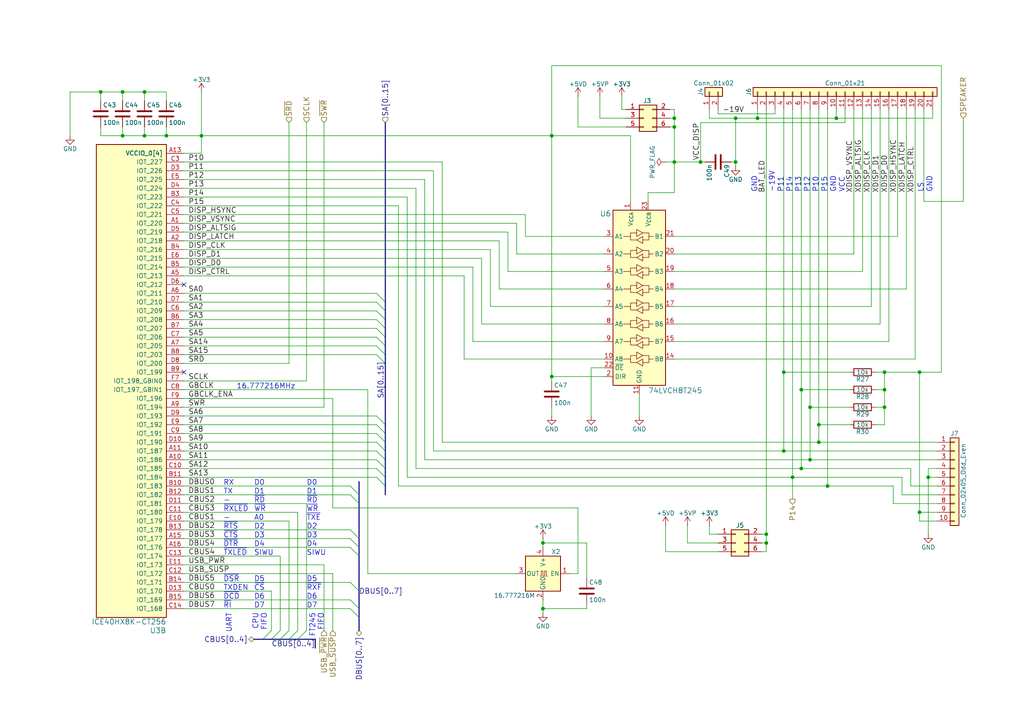
<source format=kicad_sch>
(kicad_sch (version 20231120) (generator "eeschema") (generator_version "8.0")
  (paper "A4")
  (title_block (title "Game Boy reverse eng. FPGA board") (date "2024-06-19") (rev "1") (company "CC-BY-SA-4.0 Michael Singer") (comment 1 "https://github.com/msinger/gbreveng/") (comment 2 "http://iceboy.a-singer.de/"))
  (junction (at 237.49 128.27))
  (junction (at 229.87 138.43))
  (junction (at 227.33 130.81))
  (junction (at 213.36 34.29))
  (junction (at 29.21 26.67))
  (junction (at 222.25 154.94))
  (junction (at 195.58 36.83))
  (junction (at 160.02 109.22))
  (junction (at 157.48 157.48))
  (junction (at 213.36 46.99))
  (junction (at 227.33 107.95))
  (junction (at 58.42 39.37))
  (junction (at 269.24 138.43))
  (junction (at 242.57 34.29))
  (junction (at 240.03 140.97))
  (junction (at 35.56 39.37))
  (junction (at 35.56 26.67))
  (junction (at 266.7 148.59))
  (junction (at 160.02 39.37))
  (junction (at 195.58 34.29))
  (junction (at 195.58 46.99))
  (junction (at 256.54 107.95))
  (junction (at 266.7 107.95))
  (junction (at 256.54 118.11))
  (junction (at 157.48 176.53))
  (junction (at 234.95 118.11))
  (junction (at 41.91 26.67))
  (junction (at 219.71 34.29))
  (junction (at 234.95 133.35))
  (junction (at 41.91 39.37))
  (junction (at 232.41 135.89))
  (junction (at 48.26 39.37))
  (junction (at 222.25 157.48))
  (junction (at 237.49 123.19))
  (junction (at 203.2 46.99))
  (junction (at 232.41 113.03))
  (junction (at 256.54 113.03))
  (no_connect (at 53.34 107.95))
  (no_connect (at 53.34 82.55))
  (bus_entry (at 109.22 128.27) (size 2.54 2.54))
  (bus_entry (at 101.6 168.91) (size 2.54 2.54))
  (bus_entry (at 101.6 158.75) (size 2.54 2.54))
  (bus_entry (at 83.82 185.42) (size 2.54 -2.54))
  (bus_entry (at 109.22 92.71) (size 2.54 2.54))
  (bus_entry (at 109.22 130.81) (size 2.54 2.54))
  (bus_entry (at 101.6 176.53) (size 2.54 2.54))
  (bus_entry (at 101.6 143.51) (size 2.54 2.54))
  (bus_entry (at 76.2 185.42) (size 2.54 -2.54))
  (bus_entry (at 109.22 90.17) (size 2.54 2.54))
  (bus_entry (at 109.22 120.65) (size 2.54 2.54))
  (bus_entry (at 109.22 87.63) (size 2.54 2.54))
  (bus_entry (at 109.22 100.33) (size 2.54 2.54))
  (bus_entry (at 109.22 102.87) (size 2.54 2.54))
  (bus_entry (at 86.36 185.42) (size 2.54 -2.54))
  (bus_entry (at 109.22 133.35) (size 2.54 2.54))
  (bus_entry (at 101.6 153.67) (size 2.54 2.54))
  (bus_entry (at 101.6 156.21) (size 2.54 2.54))
  (bus_entry (at 78.74 185.42) (size 2.54 -2.54))
  (bus_entry (at 109.22 85.09) (size 2.54 2.54))
  (bus_entry (at 109.22 125.73) (size 2.54 2.54))
  (bus_entry (at 101.6 173.99) (size 2.54 2.54))
  (bus_entry (at 109.22 123.19) (size 2.54 2.54))
  (bus_entry (at 101.6 140.97) (size 2.54 2.54))
  (bus_entry (at 109.22 95.25) (size 2.54 2.54))
  (bus_entry (at 109.22 138.43) (size 2.54 2.54))
  (bus_entry (at 109.22 135.89) (size 2.54 2.54))
  (bus_entry (at 81.28 185.42) (size 2.54 -2.54))
  (bus_entry (at 109.22 97.79) (size 2.54 2.54))
  (wire (pts (xy 266.7 107.95) (xy 273.05 107.95)))
  (wire (pts (xy 96.52 147.32) (xy 96.52 115.57)))
  (wire (pts (xy 259.08 140.97) (xy 259.08 146.05)))
  (wire (pts (xy 266.7 151.13) (xy 271.78 151.13)))
  (wire (pts (xy 48.26 39.37) (xy 48.26 36.83)))
  (wire (pts (xy 160.02 19.05) (xy 160.02 39.37)))
  (wire (pts (xy 53.34 52.07) (xy 123.19 52.07)))
  (bus (pts (xy 111.76 90.17) (xy 111.76 92.71)))
  (wire (pts (xy 106.68 113.03) (xy 106.68 166.37)))
  (wire (pts (xy 208.28 31.75) (xy 208.28 33.02)))
  (bus (pts (xy 78.74 185.42) (xy 81.28 185.42)))
  (wire (pts (xy 165.1 166.37) (xy 167.64 166.37)))
  (wire (pts (xy 53.34 69.85) (xy 144.78 69.85)))
  (wire (pts (xy 81.28 161.29) (xy 81.28 182.88)))
  (wire (pts (xy 261.62 138.43) (xy 261.62 143.51)))
  (wire (pts (xy 53.34 74.93) (xy 139.7 74.93)))
  (wire (pts (xy 213.36 46.99) (xy 213.36 48.26)))
  (wire (pts (xy 29.21 39.37) (xy 29.21 36.83)))
  (bus (pts (xy 111.76 97.79) (xy 111.76 100.33)))
  (wire (pts (xy 53.34 49.53) (xy 125.73 49.53)))
  (bus (pts (xy 111.76 123.19) (xy 111.76 125.73)))
  (wire (pts (xy 264.16 140.97) (xy 271.78 140.97)))
  (wire (pts (xy 255.27 93.98) (xy 255.27 31.75)))
  (wire (pts (xy 139.7 74.93) (xy 139.7 93.98)))
  (wire (pts (xy 35.56 26.67) (xy 41.91 26.67)))
  (wire (pts (xy 254 107.95) (xy 256.54 107.95)))
  (wire (pts (xy 53.34 57.15) (xy 118.11 57.15)))
  (wire (pts (xy 254 113.03) (xy 256.54 113.03)))
  (wire (pts (xy 195.58 68.58) (xy 260.35 68.58)))
  (wire (pts (xy 234.95 31.75) (xy 234.95 118.11)))
  (wire (pts (xy 234.95 118.11) (xy 234.95 133.35)))
  (wire (pts (xy 101.6 158.75) (xy 53.34 158.75)))
  (wire (pts (xy 160.02 109.22) (xy 175.26 109.22)))
  (wire (pts (xy 109.22 120.65) (xy 53.34 120.65)))
  (wire (pts (xy 187.96 55.88) (xy 187.96 58.42)))
  (wire (pts (xy 222.25 157.48) (xy 222.25 160.02)))
  (wire (pts (xy 240.03 140.97) (xy 240.03 31.75)))
  (wire (pts (xy 53.34 62.23) (xy 152.4 62.23)))
  (wire (pts (xy 232.41 31.75) (xy 232.41 113.03)))
  (wire (pts (xy 205.74 154.94) (xy 208.28 154.94)))
  (bus (pts (xy 104.14 171.45) (xy 104.14 176.53)))
  (wire (pts (xy 237.49 123.19) (xy 237.49 128.27)))
  (wire (pts (xy 175.26 106.68) (xy 171.45 106.68)))
  (wire (pts (xy 83.82 151.13) (xy 83.82 182.88)))
  (wire (pts (xy 53.34 64.77) (xy 149.86 64.77)))
  (wire (pts (xy 242.57 34.29) (xy 270.51 34.29)))
  (wire (pts (xy 53.34 171.45) (xy 78.74 171.45)))
  (bus (pts (xy 104.14 146.05) (xy 104.14 156.21)))
  (bus (pts (xy 111.76 140.97) (xy 111.76 143.51)))
  (wire (pts (xy 195.58 31.75) (xy 194.31 31.75)))
  (wire (pts (xy 58.42 39.37) (xy 160.02 39.37)))
  (wire (pts (xy 134.62 80.01) (xy 134.62 104.14)))
  (wire (pts (xy 109.22 100.33) (xy 53.34 100.33)))
  (wire (pts (xy 53.34 59.69) (xy 115.57 59.69)))
  (wire (pts (xy 53.34 166.37) (xy 96.52 166.37)))
  (wire (pts (xy 88.9 110.49) (xy 53.34 110.49)))
  (wire (pts (xy 195.58 88.9) (xy 252.73 88.9)))
  (wire (pts (xy 256.54 107.95) (xy 256.54 113.03)))
  (wire (pts (xy 137.16 99.06) (xy 175.26 99.06)))
  (wire (pts (xy 250.19 78.74) (xy 250.19 31.75)))
  (wire (pts (xy 203.2 35.56) (xy 245.11 35.56)))
  (wire (pts (xy 203.2 35.56) (xy 203.2 46.99)))
  (wire (pts (xy 256.54 113.03) (xy 256.54 118.11)))
  (wire (pts (xy 29.21 26.67) (xy 29.21 29.21)))
  (wire (pts (xy 101.6 153.67) (xy 53.34 153.67)))
  (wire (pts (xy 88.9 35.56) (xy 88.9 110.49)))
  (wire (pts (xy 171.45 106.68) (xy 171.45 120.65)))
  (wire (pts (xy 227.33 130.81) (xy 271.78 130.81)))
  (wire (pts (xy 142.24 72.39) (xy 142.24 88.9)))
  (wire (pts (xy 20.32 26.67) (xy 29.21 26.67)))
  (wire (pts (xy 93.98 118.11) (xy 93.98 35.56)))
  (bus (pts (xy 111.76 138.43) (xy 111.76 140.97)))
  (wire (pts (xy 139.7 93.98) (xy 175.26 93.98)))
  (wire (pts (xy 252.73 88.9) (xy 252.73 31.75)))
  (wire (pts (xy 232.41 113.03) (xy 232.41 135.89)))
  (wire (pts (xy 123.19 52.07) (xy 123.19 133.35)))
  (wire (pts (xy 160.02 110.49) (xy 160.02 109.22)))
  (wire (pts (xy 247.65 73.66) (xy 247.65 31.75)))
  (wire (pts (xy 227.33 107.95) (xy 246.38 107.95)))
  (bus (pts (xy 111.76 92.71) (xy 111.76 95.25)))
  (wire (pts (xy 142.24 88.9) (xy 175.26 88.9)))
  (wire (pts (xy 41.91 26.67) (xy 41.91 29.21)))
  (wire (pts (xy 167.64 147.32) (xy 96.52 147.32)))
  (wire (pts (xy 157.48 176.53) (xy 157.48 177.8)))
  (wire (pts (xy 53.34 72.39) (xy 142.24 72.39)))
  (bus (pts (xy 111.76 95.25) (xy 111.76 97.79)))
  (wire (pts (xy 152.4 62.23) (xy 152.4 68.58)))
  (wire (pts (xy 58.42 39.37) (xy 58.42 44.45)))
  (wire (pts (xy 185.42 114.3) (xy 185.42 120.65)))
  (wire (pts (xy 149.86 64.77) (xy 149.86 73.66)))
  (wire (pts (xy 193.04 152.4) (xy 193.04 160.02)))
  (wire (pts (xy 257.81 99.06) (xy 257.81 31.75)))
  (bus (pts (xy 111.76 125.73) (xy 111.76 128.27)))
  (bus (pts (xy 111.76 87.63) (xy 111.76 90.17)))
  (wire (pts (xy 222.25 160.02) (xy 220.98 160.02)))
  (wire (pts (xy 83.82 105.41) (xy 53.34 105.41)))
  (wire (pts (xy 273.05 19.05) (xy 273.05 107.95)))
  (wire (pts (xy 96.52 115.57) (xy 53.34 115.57)))
  (wire (pts (xy 118.11 138.43) (xy 229.87 138.43)))
  (wire (pts (xy 109.22 138.43) (xy 53.34 138.43)))
  (wire (pts (xy 279.4 58.42) (xy 279.4 34.29)))
  (wire (pts (xy 180.34 31.75) (xy 181.61 31.75)))
  (wire (pts (xy 53.34 151.13) (xy 83.82 151.13)))
  (wire (pts (xy 240.03 140.97) (xy 259.08 140.97)))
  (wire (pts (xy 128.27 128.27) (xy 237.49 128.27)))
  (wire (pts (xy 152.4 68.58) (xy 175.26 68.58)))
  (wire (pts (xy 160.02 39.37) (xy 182.88 39.37)))
  (wire (pts (xy 134.62 104.14) (xy 175.26 104.14)))
  (wire (pts (xy 160.02 19.05) (xy 273.05 19.05)))
  (wire (pts (xy 53.34 163.83) (xy 93.98 163.83)))
  (wire (pts (xy 229.87 138.43) (xy 261.62 138.43)))
  (wire (pts (xy 109.22 128.27) (xy 53.34 128.27)))
  (bus (pts (xy 104.14 176.53) (xy 104.14 179.07)))
  (wire (pts (xy 167.64 36.83) (xy 181.61 36.83)))
  (wire (pts (xy 205.74 34.29) (xy 213.36 34.29)))
  (wire (pts (xy 222.25 154.94) (xy 222.25 157.48)))
  (wire (pts (xy 219.71 34.29) (xy 219.71 31.75)))
  (bus (pts (xy 83.82 185.42) (xy 86.36 185.42)))
  (wire (pts (xy 203.2 46.99) (xy 204.47 46.99)))
  (wire (pts (xy 115.57 140.97) (xy 240.03 140.97)))
  (wire (pts (xy 195.58 78.74) (xy 250.19 78.74)))
  (wire (pts (xy 88.9 146.05) (xy 88.9 182.88)))
  (wire (pts (xy 232.41 135.89) (xy 264.16 135.89)))
  (wire (pts (xy 53.34 113.03) (xy 106.68 113.03)))
  (wire (pts (xy 109.22 87.63) (xy 53.34 87.63)))
  (wire (pts (xy 267.97 31.75) (xy 267.97 58.42)))
  (wire (pts (xy 93.98 163.83) (xy 93.98 182.88)))
  (wire (pts (xy 254 118.11) (xy 256.54 118.11)))
  (wire (pts (xy 195.58 46.99) (xy 195.58 55.88)))
  (bus (pts (xy 104.14 179.07) (xy 104.14 182.88)))
  (wire (pts (xy 167.64 27.94) (xy 167.64 36.83)))
  (wire (pts (xy 173.99 27.94) (xy 173.99 34.29)))
  (wire (pts (xy 194.31 34.29) (xy 195.58 34.29)))
  (wire (pts (xy 147.32 78.74) (xy 175.26 78.74)))
  (bus (pts (xy 111.76 128.27) (xy 111.76 130.81)))
  (wire (pts (xy 125.73 49.53) (xy 125.73 130.81)))
  (wire (pts (xy 101.6 140.97) (xy 53.34 140.97)))
  (wire (pts (xy 271.78 135.89) (xy 269.24 135.89)))
  (wire (pts (xy 109.22 123.19) (xy 53.34 123.19)))
  (wire (pts (xy 29.21 39.37) (xy 35.56 39.37)))
  (wire (pts (xy 262.89 83.82) (xy 262.89 31.75)))
  (wire (pts (xy 199.39 157.48) (xy 208.28 157.48)))
  (wire (pts (xy 173.99 34.29) (xy 181.61 34.29)))
  (wire (pts (xy 195.58 83.82) (xy 262.89 83.82)))
  (wire (pts (xy 53.34 77.47) (xy 137.16 77.47)))
  (wire (pts (xy 96.52 166.37) (xy 96.52 182.88)))
  (wire (pts (xy 53.34 118.11) (xy 93.98 118.11)))
  (wire (pts (xy 101.6 173.99) (xy 53.34 173.99)))
  (wire (pts (xy 41.91 39.37) (xy 41.91 36.83)))
  (wire (pts (xy 86.36 148.59) (xy 86.36 182.88)))
  (wire (pts (xy 53.34 146.05) (xy 88.9 146.05)))
  (wire (pts (xy 157.48 156.21) (xy 157.48 157.48)))
  (wire (pts (xy 256.54 118.11) (xy 256.54 123.19)))
  (wire (pts (xy 109.22 133.35) (xy 53.34 133.35)))
  (bus (pts (xy 111.76 102.87) (xy 111.76 105.41)))
  (wire (pts (xy 109.22 125.73) (xy 53.34 125.73)))
  (bus (pts (xy 111.76 133.35) (xy 111.76 135.89)))
  (wire (pts (xy 20.32 26.67) (xy 20.32 39.37)))
  (wire (pts (xy 227.33 31.75) (xy 227.33 107.95)))
  (wire (pts (xy 195.58 104.14) (xy 265.43 104.14)))
  (wire (pts (xy 269.24 138.43) (xy 269.24 154.94)))
  (wire (pts (xy 48.26 39.37) (xy 58.42 39.37)))
  (wire (pts (xy 78.74 171.45) (xy 78.74 182.88)))
  (wire (pts (xy 53.34 67.31) (xy 147.32 67.31)))
  (bus (pts (xy 104.14 143.51) (xy 104.14 146.05)))
  (wire (pts (xy 157.48 176.53) (xy 170.18 176.53)))
  (wire (pts (xy 222.25 31.75) (xy 222.25 154.94)))
  (wire (pts (xy 109.22 135.89) (xy 53.34 135.89)))
  (wire (pts (xy 195.58 55.88) (xy 187.96 55.88)))
  (wire (pts (xy 195.58 31.75) (xy 195.58 34.29)))
  (wire (pts (xy 109.22 90.17) (xy 53.34 90.17)))
  (wire (pts (xy 205.74 31.75) (xy 205.74 34.29)))
  (wire (pts (xy 213.36 34.29) (xy 213.36 46.99)))
  (wire (pts (xy 271.78 148.59) (xy 266.7 148.59)))
  (wire (pts (xy 115.57 59.69) (xy 115.57 140.97)))
  (wire (pts (xy 35.56 26.67) (xy 35.56 29.21)))
  (wire (pts (xy 120.65 54.61) (xy 120.65 135.89)))
  (wire (pts (xy 271.78 138.43) (xy 269.24 138.43)))
  (wire (pts (xy 147.32 67.31) (xy 147.32 78.74)))
  (wire (pts (xy 101.6 156.21) (xy 53.34 156.21)))
  (wire (pts (xy 109.22 92.71) (xy 53.34 92.71)))
  (wire (pts (xy 193.04 46.99) (xy 195.58 46.99)))
  (wire (pts (xy 101.6 176.53) (xy 53.34 176.53)))
  (wire (pts (xy 35.56 39.37) (xy 35.56 36.83)))
  (wire (pts (xy 149.86 73.66) (xy 175.26 73.66)))
  (wire (pts (xy 229.87 31.75) (xy 229.87 138.43)))
  (wire (pts (xy 213.36 34.29) (xy 219.71 34.29)))
  (wire (pts (xy 109.22 85.09) (xy 53.34 85.09)))
  (wire (pts (xy 265.43 104.14) (xy 265.43 31.75)))
  (wire (pts (xy 101.6 168.91) (xy 53.34 168.91)))
  (wire (pts (xy 35.56 39.37) (xy 41.91 39.37)))
  (wire (pts (xy 41.91 26.67) (xy 48.26 26.67)))
  (wire (pts (xy 144.78 83.82) (xy 175.26 83.82)))
  (wire (pts (xy 260.35 68.58) (xy 260.35 31.75)))
  (wire (pts (xy 53.34 161.29) (xy 81.28 161.29)))
  (wire (pts (xy 199.39 152.4) (xy 199.39 157.48)))
  (wire (pts (xy 157.48 173.99) (xy 157.48 176.53)))
  (bus (pts (xy 111.76 105.41) (xy 111.76 123.19)))
  (wire (pts (xy 195.58 34.29) (xy 195.58 36.83)))
  (wire (pts (xy 193.04 160.02) (xy 208.28 160.02)))
  (wire (pts (xy 144.78 69.85) (xy 144.78 83.82)))
  (wire (pts (xy 212.09 46.99) (xy 213.36 46.99)))
  (wire (pts (xy 157.48 157.48) (xy 157.48 158.75)))
  (wire (pts (xy 157.48 157.48) (xy 170.18 157.48)))
  (bus (pts (xy 104.14 156.21) (xy 104.14 158.75)))
  (bus (pts (xy 76.2 185.42) (xy 78.74 185.42)))
  (wire (pts (xy 266.7 148.59) (xy 266.7 151.13)))
  (wire (pts (xy 48.26 26.67) (xy 48.26 29.21)))
  (wire (pts (xy 208.28 33.02) (xy 224.79 33.02)))
  (bus (pts (xy 104.14 158.75) (xy 104.14 161.29)))
  (wire (pts (xy 261.62 143.51) (xy 271.78 143.51)))
  (wire (pts (xy 123.19 133.35) (xy 234.95 133.35)))
  (bus (pts (xy 91.44 185.42) (xy 91.44 187.96)))
  (wire (pts (xy 219.71 34.29) (xy 242.57 34.29)))
  (wire (pts (xy 120.65 135.89) (xy 232.41 135.89)))
  (wire (pts (xy 58.42 44.45) (xy 53.34 44.45)))
  (wire (pts (xy 220.98 154.94) (xy 222.25 154.94)))
  (bus (pts (xy 111.76 100.33) (xy 111.76 102.87)))
  (wire (pts (xy 224.79 33.02) (xy 224.79 31.75)))
  (wire (pts (xy 167.64 166.37) (xy 167.64 147.32)))
  (wire (pts (xy 227.33 107.95) (xy 227.33 130.81)))
  (wire (pts (xy 125.73 130.81) (xy 227.33 130.81)))
  (wire (pts (xy 195.58 99.06) (xy 257.81 99.06)))
  (wire (pts (xy 53.34 54.61) (xy 120.65 54.61)))
  (bus (pts (xy 104.14 161.29) (xy 104.14 171.45)))
  (wire (pts (xy 256.54 123.19) (xy 254 123.19)))
  (wire (pts (xy 58.42 26.67) (xy 58.42 39.37)))
  (wire (pts (xy 267.97 58.42) (xy 279.4 58.42)))
  (wire (pts (xy 29.21 26.67) (xy 35.56 26.67)))
  (bus (pts (xy 111.76 130.81) (xy 111.76 133.35)))
  (wire (pts (xy 237.49 123.19) (xy 246.38 123.19)))
  (wire (pts (xy 106.68 166.37) (xy 149.86 166.37)))
  (wire (pts (xy 270.51 34.29) (xy 270.51 31.75)))
  (wire (pts (xy 41.91 39.37) (xy 48.26 39.37)))
  (wire (pts (xy 266.7 107.95) (xy 266.7 148.59)))
  (wire (pts (xy 53.34 80.01) (xy 134.62 80.01)))
  (wire (pts (xy 269.24 135.89) (xy 269.24 138.43)))
  (wire (pts (xy 83.82 35.56) (xy 83.82 105.41)))
  (bus (pts (xy 86.36 185.42) (xy 91.44 185.42)))
  (bus (pts (xy 111.76 35.56) (xy 111.76 87.63)))
  (wire (pts (xy 205.74 152.4) (xy 205.74 154.94)))
  (wire (pts (xy 259.08 146.05) (xy 271.78 146.05)))
  (wire (pts (xy 232.41 113.03) (xy 246.38 113.03)))
  (bus (pts (xy 104.14 139.7) (xy 104.14 143.51)))
  (wire (pts (xy 195.58 73.66) (xy 247.65 73.66)))
  (wire (pts (xy 264.16 135.89) (xy 264.16 140.97)))
  (wire (pts (xy 101.6 143.51) (xy 53.34 143.51)))
  (wire (pts (xy 170.18 157.48) (xy 170.18 167.64)))
  (wire (pts (xy 109.22 97.79) (xy 53.34 97.79)))
  (wire (pts (xy 180.34 27.94) (xy 180.34 31.75)))
  (wire (pts (xy 160.02 120.65) (xy 160.02 118.11)))
  (wire (pts (xy 53.34 46.99) (xy 128.27 46.99)))
  (wire (pts (xy 182.88 39.37) (xy 182.88 58.42)))
  (wire (pts (xy 195.58 36.83) (xy 195.58 46.99)))
  (wire (pts (xy 109.22 95.25) (xy 53.34 95.25)))
  (wire (pts (xy 237.49 128.27) (xy 271.78 128.27)))
  (wire (pts (xy 109.22 102.87) (xy 53.34 102.87)))
  (wire (pts (xy 195.58 93.98) (xy 255.27 93.98)))
  (wire (pts (xy 160.02 39.37) (xy 160.02 109.22)))
  (wire (pts (xy 53.34 148.59) (xy 86.36 148.59)))
  (wire (pts (xy 137.16 77.47) (xy 137.16 99.06)))
  (wire (pts (xy 195.58 46.99) (xy 203.2 46.99)))
  (wire (pts (xy 234.95 133.35) (xy 271.78 133.35)))
  (wire (pts (xy 118.11 57.15) (xy 118.11 138.43)))
  (wire (pts (xy 109.22 130.81) (xy 53.34 130.81)))
  (bus (pts (xy 111.76 135.89) (xy 111.76 138.43)))
  (wire (pts (xy 245.11 35.56) (xy 245.11 31.75)))
  (wire (pts (xy 170.18 176.53) (xy 170.18 175.26)))
  (wire (pts (xy 194.31 36.83) (xy 195.58 36.83)))
  (wire (pts (xy 234.95 118.11) (xy 246.38 118.11)))
  (wire (pts (xy 220.98 157.48) (xy 222.25 157.48)))
  (wire (pts (xy 256.54 107.95) (xy 266.7 107.95)))
  (bus (pts (xy 73.66 185.42) (xy 76.2 185.42)))
  (bus (pts (xy 81.28 185.42) (xy 83.82 185.42)))
  (wire (pts (xy 242.57 34.29) (xy 242.57 31.75)))
  (wire (pts (xy 229.87 138.43) (xy 229.87 144.78)))
  (wire (pts (xy 237.49 31.75) (xy 237.49 123.19)))
  (wire (pts (xy 128.27 46.99) (xy 128.27 128.27)))
  (text "D4" (at 73.66 158.75 0) (effects (font (size 1.524 1.524)) (justify left bottom)))
  (text "~{TXLED}" (at 64.77 161.29 0) (effects (font (size 1.524 1.524)) (justify left bottom)))
  (text "~{WR}" (at 73.66 148.59 0) (effects (font (size 1.524 1.524)) (justify left bottom)))
  (text "~{RXLED}" (at 64.77 148.59 0) (effects (font (size 1.524 1.524)) (justify left bottom)))
  (text "D5" (at 88.9 168.91 0) (effects (font (size 1.524 1.524)) (justify left bottom)))
  (text "~{RI}" (at 64.77 176.53 0) (effects (font (size 1.524 1.524)) (justify left bottom)))
  (text "CPU\nFIFO" (at 77.47 177.8 90) (effects (font (size 1.524 1.524)) (justify right bottom)))
  (text "D4" (at 88.9 158.75 0) (effects (font (size 1.524 1.524)) (justify left bottom)))
  (text "SIWU" (at 88.9 161.29 0) (effects (font (size 1.524 1.524)) (justify left bottom)))
  (text "D1" (at 73.66 143.51 0) (effects (font (size 1.524 1.524)) (justify left bottom)))
  (text "D3" (at 88.9 156.21 0) (effects (font (size 1.524 1.524)) (justify left bottom)))
  (text "RX" (at 64.77 140.97 0) (effects (font (size 1.524 1.524)) (justify left bottom)))
  (text "16.777216MHz" (at 68.58 113.03 0) (effects (font (size 1.524 1.524)) (justify left bottom)))
  (text "P11" (at 227.33 55.88 90) (effects (font (size 1.524 1.524)) (justify left bottom)))
  (text "D2" (at 88.9 153.67 0) (effects (font (size 1.524 1.524)) (justify left bottom)))
  (text "P12" (at 234.95 55.88 90) (effects (font (size 1.524 1.524)) (justify left bottom)))
  (text "-19V" (at 224.79 55.88 90) (effects (font (size 1.524 1.524)) (justify left bottom)))
  (text "VCC" (at 245.11 55.88 90) (effects (font (size 1.524 1.524)) (justify left bottom)))
  (text "FT245\nFIFO" (at 93.98 177.8 90) (effects (font (size 1.524 1.524)) (justify right bottom)))
  (text "-" (at 64.77 146.05 0) (effects (font (size 1.524 1.524)) (justify left bottom)))
  (text "GND" (at 270.51 55.88 90) (effects (font (size 1.524 1.524)) (justify left bottom)))
  (text "~{DSR}" (at 64.77 168.91 0) (effects (font (size 1.524 1.524)) (justify left bottom)))
  (text "D6" (at 73.66 173.99 0) (effects (font (size 1.524 1.524)) (justify left bottom)))
  (text "TX" (at 64.77 143.51 0) (effects (font (size 1.524 1.524)) (justify left bottom)))
  (text "~{RTS}" (at 64.77 153.67 0) (effects (font (size 1.524 1.524)) (justify left bottom)))
  (text "A0" (at 73.66 151.13 0) (effects (font (size 1.524 1.524)) (justify left bottom)))
  (text "~{DCD}" (at 64.77 173.99 0) (effects (font (size 1.524 1.524)) (justify left bottom)))
  (text "~{DTR}" (at 64.77 158.75 0) (effects (font (size 1.524 1.524)) (justify left bottom)))
  (text "GND" (at 219.71 55.88 90) (effects (font (size 1.524 1.524)) (justify left bottom)))
  (text "P14" (at 229.87 55.88 90) (effects (font (size 1.524 1.524)) (justify left bottom)))
  (text "D7" (at 73.66 176.53 0) (effects (font (size 1.524 1.524)) (justify left bottom)))
  (text "~{CTS}" (at 64.77 156.21 0) (effects (font (size 1.524 1.524)) (justify left bottom)))
  (text "D3" (at 73.66 156.21 0) (effects (font (size 1.524 1.524)) (justify left bottom)))
  (text "P15" (at 240.03 55.88 90) (effects (font (size 1.524 1.524)) (justify left bottom)))
  (text "UART" (at 67.31 177.8 90) (effects (font (size 1.524 1.524)) (justify right bottom)))
  (text "D5" (at 73.66 168.91 0) (effects (font (size 1.524 1.524)) (justify left bottom)))
  (text "~{RD}" (at 88.9 146.05 0) (effects (font (size 1.524 1.524)) (justify left bottom)))
  (text "D7" (at 88.9 176.53 0) (effects (font (size 1.524 1.524)) (justify left bottom)))
  (text "~{RD}" (at 73.66 146.05 0) (effects (font (size 1.524 1.524)) (justify left bottom)))
  (text "D1" (at 88.9 143.51 0) (effects (font (size 1.524 1.524)) (justify left bottom)))
  (text "GND" (at 242.57 55.88 90) (effects (font (size 1.524 1.524)) (justify left bottom)))
  (text "SIWU" (at 73.66 161.29 0) (effects (font (size 1.524 1.524)) (justify left bottom)))
  (text "LS" (at 267.97 55.88 90) (effects (font (size 1.524 1.524)) (justify left bottom)))
  (text "~{CS}" (at 73.66 171.45 0) (effects (font (size 1.524 1.524)) (justify left bottom)))
  (text "TXDEN" (at 64.77 171.45 0) (effects (font (size 1.524 1.524)) (justify left bottom)))
  (text "D6" (at 88.9 173.99 0) (effects (font (size 1.524 1.524)) (justify left bottom)))
  (text "~{RXF}" (at 88.9 171.45 0) (effects (font (size 1.524 1.524)) (justify left bottom)))
  (text "~{TXE}" (at 88.9 151.13 0) (effects (font (size 1.524 1.524)) (justify left bottom)))
  (text "D0" (at 88.9 140.97 0) (effects (font (size 1.524 1.524)) (justify left bottom)))
  (text "-" (at 64.77 151.13 0) (effects (font (size 1.524 1.524)) (justify left bottom)))
  (text "D0" (at 73.66 140.97 0) (effects (font (size 1.524 1.524)) (justify left bottom)))
  (text "P13" (at 232.41 55.88 90) (effects (font (size 1.524 1.524)) (justify left bottom)))
  (text "P10" (at 237.49 55.88 90) (effects (font (size 1.524 1.524)) (justify left bottom)))
  (text "~{WR}" (at 88.9 148.59 0) (effects (font (size 1.524 1.524)) (justify left bottom)))
  (text "D2" (at 73.66 153.67 0) (effects (font (size 1.524 1.524)) (justify left bottom)))
  (label "P11" (at 54.61 49.53 0) (effects (font (size 1.524 1.524))))
  (label "SA9" (at 54.61 128.27 0) (effects (font (size 1.524 1.524))))
  (label "CBUS2" (at 54.61 146.05 0) (effects (font (size 1.524 1.524))))
  (label "SA4" (at 54.61 95.25 0) (effects (font (size 1.524 1.524))))
  (label "SCLK" (at 54.61 110.49 0) (effects (font (size 1.524 1.524))))
  (label "SA13" (at 54.61 138.43 0) (effects (font (size 1.524 1.524))))
  (label "P13" (at 54.61 54.61 0) (effects (font (size 1.524 1.524))))
  (label "DBUS[0..7]" (at 104.14 172.72 0) (effects (font (size 1.524 1.524))))
  (label "BAT_LED" (at 222.25 55.88 90) (effects (font (size 1.524 1.524))))
  (label "USB_~{PWR}" (at 54.61 163.83 0) (effects (font (size 1.524 1.524))))
  (label "SA6" (at 54.61 120.65 0) (effects (font (size 1.524 1.524))))
  (label "SA15" (at 54.61 102.87 0) (effects (font (size 1.524 1.524))))
  (label "XDISP_LATCH" (at 262.89 55.88 90) (effects (font (size 1.524 1.524))))
  (label "XDISP_HSYNC" (at 260.35 55.88 90) (effects (font (size 1.524 1.524))))
  (label "DBUS1" (at 54.61 143.51 0) (effects (font (size 1.524 1.524))))
  (label "VCC_DISP" (at 203.2 35.56 270) (effects (font (size 1.524 1.524))))
  (label "DISP_VSYNC" (at 54.61 64.77 0) (effects (font (size 1.524 1.524))))
  (label "SA5" (at 54.61 97.79 0) (effects (font (size 1.524 1.524))))
  (label "P15" (at 54.61 59.69 0) (effects (font (size 1.524 1.524))))
  (label "USB_~{SUSP}" (at 54.61 166.37 0) (effects (font (size 1.524 1.524))))
  (label "CBUS4" (at 54.61 161.29 0) (effects (font (size 1.524 1.524))))
  (label "SA8" (at 54.61 125.73 0) (effects (font (size 1.524 1.524))))
  (label "DBUS5" (at 54.61 168.91 0) (effects (font (size 1.524 1.524))))
  (label "P14" (at 54.61 57.15 0) (effects (font (size 1.524 1.524))))
  (label "GBCLK_ENA" (at 54.61 115.57 0) (effects (font (size 1.524 1.524))))
  (label "DISP_D1" (at 54.61 74.93 0) (effects (font (size 1.524 1.524))))
  (label "DBUS0" (at 54.61 140.97 0) (effects (font (size 1.524 1.524))))
  (label "DISP_ALTSIG" (at 54.61 67.31 0) (effects (font (size 1.524 1.524))))
  (label "DBUS6" (at 54.61 173.99 0) (effects (font (size 1.524 1.524))))
  (label "XDISP_CTRL" (at 265.43 55.88 90) (effects (font (size 1.524 1.524))))
  (label "SA3" (at 54.61 92.71 0) (effects (font (size 1.524 1.524))))
  (label "DBUS4" (at 54.61 158.75 0) (effects (font (size 1.524 1.524))))
  (label "SA1" (at 54.61 87.63 0) (effects (font (size 1.524 1.524))))
  (label "SA14" (at 54.61 100.33 0) (effects (font (size 1.524 1.524))))
  (label "CBUS3" (at 54.61 148.59 0) (effects (font (size 1.524 1.524))))
  (label "DBUS2" (at 54.61 153.67 0) (effects (font (size 1.524 1.524))))
  (label "XDISP_CLK" (at 252.73 55.88 90) (effects (font (size 1.524 1.524))))
  (label "P12" (at 54.61 52.07 0) (effects (font (size 1.524 1.524))))
  (label "DISP_D0" (at 54.61 77.47 0) (effects (font (size 1.524 1.524))))
  (label "DISP_LATCH" (at 54.61 69.85 0) (effects (font (size 1.524 1.524))))
  (label "CBUS[0..4]" (at 91.44 187.96 180) (effects (font (size 1.524 1.524))))
  (label "SA12" (at 54.61 135.89 0) (effects (font (size 1.524 1.524))))
  (label "GBCLK" (at 54.61 113.03 0) (effects (font (size 1.524 1.524))))
  (label "SA2" (at 54.61 90.17 0) (effects (font (size 1.524 1.524))))
  (label "CBUS0" (at 54.61 171.45 0) (effects (font (size 1.524 1.524))))
  (label "SA[0..15]" (at 111.76 115.57 90) (effects (font (size 1.524 1.524))))
  (label "SA10" (at 54.61 130.81 0) (effects (font (size 1.524 1.524))))
  (label "-19V" (at 209.55 33.02 0) (effects (font (size 1.524 1.524))))
  (label "DISP_CTRL" (at 54.61 80.01 0) (effects (font (size 1.524 1.524))))
  (label "DISP_HSYNC" (at 54.61 62.23 0) (effects (font (size 1.524 1.524))))
  (label "XDISP_ALTSIG" (at 250.19 55.88 90) (effects (font (size 1.524 1.524))))
  (label "XDISP_VSYNC" (at 247.65 55.88 90) (effects (font (size 1.524 1.524))))
  (label "P10" (at 54.61 46.99 0) (effects (font (size 1.524 1.524))))
  (label "XDISP_D1" (at 255.27 55.88 90) (effects (font (size 1.524 1.524))))
  (label "CBUS1" (at 54.61 151.13 0) (effects (font (size 1.524 1.524))))
  (label "~{SWR}" (at 54.61 118.11 0) (effects (font (size 1.524 1.524))))
  (label "DBUS7" (at 54.61 176.53 0) (effects (font (size 1.524 1.524))))
  (label "~{SRD}" (at 54.61 105.41 0) (effects (font (size 1.524 1.524))))
  (label "DISP_CLK" (at 54.61 72.39 0) (effects (font (size 1.524 1.524))))
  (label "DBUS3" (at 54.61 156.21 0) (effects (font (size 1.524 1.524))))
  (label "SA0" (at 54.61 85.09 0) (effects (font (size 1.524 1.524))))
  (label "SA7" (at 54.61 123.19 0) (effects (font (size 1.524 1.524))))
  (label "SA11" (at 54.61 133.35 0) (effects (font (size 1.524 1.524))))
  (label "XDISP_D0" (at 257.81 55.88 90) (effects (font (size 1.524 1.524))))
  (hierarchical_label "SPEAKER" (shape input) (at 279.4 34.29 90) (effects (font (size 1.524 1.524))))
  (hierarchical_label "SA[0..15]" (shape input) (at 111.76 35.56 90) (effects (font (size 1.524 1.524))))
  (hierarchical_label "CBUS[0..4]" (shape bidirectional) (at 73.66 185.42 180) (effects (font (size 1.524 1.524))))
  (hierarchical_label "P14" (shape output) (at 229.87 144.78 270) (effects (font (size 1.524 1.524))))
  (hierarchical_label "SCLK" (shape input) (at 88.9 35.56 90) (effects (font (size 1.524 1.524))))
  (hierarchical_label "USB_~{SUSP}" (shape input) (at 96.52 182.88 270) (effects (font (size 1.524 1.524))))
  (hierarchical_label "DBUS[0..7]" (shape bidirectional) (at 104.14 182.88 270) (effects (font (size 1.524 1.524))))
  (hierarchical_label "USB_~{PWR}" (shape input) (at 93.98 182.88 270) (effects (font (size 1.524 1.524))))
  (hierarchical_label "~{SWR}" (shape input) (at 93.98 35.56 90) (effects (font (size 1.524 1.524))))
  (hierarchical_label "~{SRD}" (shape input) (at 83.82 35.56 90) (effects (font (size 1.524 1.524))))
  (symbol (lib_id "FPGA_Lattice_ICE40HX8K:ICE40HX8K-CT256") (at 53.34 176.53 180) (unit 2)
    (property "Reference" "U3" (at 48.26 182.88 0) (effects (font (size 1.524 1.524)) (justify left)))
    (property "Value" "ICE40HX8K-CT256" (at 48.26 180.34 0) (effects (font (size 1.524 1.524)) (justify left)))
    (property "Footprint" "Package_BGA:BGA-256_14.0x14.0mm_Layout16x16_P0.8mm_Ball0.45mm_Pad0.32mm_NSMD" (effects (hide yes)))
    (property "Datasheet" "http://www.latticesemi.com/Products/FPGAandCPLD/iCE40" (effects (hide yes)))
    (property "Description" "iCE40 HX FPGA, 7680 LUTs, 1.2V, BGA-256" (effects (hide yes)))
  )
  (symbol (lib_id "power:+3V3") (at 58.42 26.67 0) (unit 1)
    (property "Reference" "#PWR044" (effects (hide yes)))
    (property "Value" "+3V3" (at 58.42 23.114 0))
    (property "Description" "Power symbol creates a global label with name \"+3V3\"" (effects (hide yes)))
  )
  (symbol (lib_id "Device:C") (at 48.26 33.02 0) (unit 1)
    (property "Reference" "C46" (at 48.895 30.48 0) (effects (justify left)))
    (property "Value" "100n" (at 48.895 35.56 0) (effects (justify left)))
    (property "Footprint" "Capacitor_SMD:C_0402_1005Metric_Pad0.74x0.62mm_HandSolder" (effects (hide yes)))
    (property "Description" "Unpolarized capacitor" (effects (hide yes)))
  )
  (symbol (lib_id "Device:C") (at 41.91 33.02 0) (unit 1)
    (property "Reference" "C45" (at 42.545 30.48 0) (effects (justify left)))
    (property "Value" "100n" (at 42.545 35.56 0) (effects (justify left)))
    (property "Footprint" "Capacitor_SMD:C_0402_1005Metric_Pad0.74x0.62mm_HandSolder" (effects (hide yes)))
    (property "Description" "Unpolarized capacitor" (effects (hide yes)))
  )
  (symbol (lib_id "Device:C") (at 35.56 33.02 0) (unit 1)
    (property "Reference" "C44" (at 36.195 30.48 0) (effects (justify left)))
    (property "Value" "100n" (at 36.195 35.56 0) (effects (justify left)))
    (property "Footprint" "Capacitor_SMD:C_0402_1005Metric_Pad0.74x0.62mm_HandSolder" (effects (hide yes)))
    (property "Description" "Unpolarized capacitor" (effects (hide yes)))
  )
  (symbol (lib_id "Device:C") (at 29.21 33.02 0) (unit 1)
    (property "Reference" "C43" (at 29.845 30.48 0) (effects (justify left)))
    (property "Value" "100n" (at 29.845 35.56 0) (effects (justify left)))
    (property "Footprint" "Capacitor_SMD:C_0402_1005Metric_Pad0.74x0.62mm_HandSolder" (effects (hide yes)))
    (property "Description" "Unpolarized capacitor" (effects (hide yes)))
  )
  (symbol (lib_id "power:GND") (at 20.32 39.37 0) (unit 1)
    (property "Reference" "#PWR045" (effects (hide yes)))
    (property "Value" "GND" (at 20.32 43.18 0))
    (property "Description" "Power symbol creates a global label with name \"GND\" , ground" (effects (hide yes)))
  )
  (symbol (lib_id "Connector_Generic:Conn_01x21") (at 245.11 26.67 90) (unit 1)
    (property "Reference" "J6" (at 217.17 26.67 0))
    (property "Value" "Conn_01x21" (at 245.11 24.13 90))
    (property "Footprint" "Connector_GameBoy:DMG_FFC_LCD-Board_21Pin" (effects (hide yes)))
    (property "Description" "Generic connector, single row, 01x21, script generated (kicad-library-utils/schlib/autogen/connector/)" (effects (hide yes)))
  )
  (symbol (lib_id "Connector_Generic:Conn_01x02") (at 205.74 26.67 90) (unit 1)
    (property "Reference" "J4" (at 203.2 26.67 0))
    (property "Value" "Conn_01x02" (at 207.01 24.13 90))
    (property "Footprint" "Connector_PinHeader_2.54mm:PinHeader_1x02_P2.54mm_Vertical" (effects (hide yes)))
    (property "Description" "Generic connector, single row, 01x02, script generated (kicad-library-utils/schlib/autogen/connector/)" (effects (hide yes)))
  )
  (symbol (lib_id "Logic_LevelTranslator:SN74LVC8T245") (at 185.42 86.36 0) (unit 1)
    (property "Reference" "U6" (at 177.292 61.976 0) (effects (font (size 1.524 1.524)) (justify right)))
    (property "Value" "74LVCH8T245" (at 187.96 113.284 0) (effects (font (size 1.524 1.524)) (justify left)))
    (property "Footprint" "Package_SO:TSSOP-24_4.4x7.8mm_P0.65mm" (effects (hide yes)))
    (property "Datasheet" "https://www.ti.com/lit/ds/symlink/sn74lvc8t245.pdf" (effects (hide yes)))
    (property "Description" "8-Bit Dual-Supply Bus Transceiver With Configurable Voltage Translation and 3-State Outputs" (effects (hide yes)))
  )
  (symbol (lib_id "Device:C") (at 208.28 46.99 270) (unit 1)
    (property "Reference" "C49" (at 210.82 47.625 0) (effects (justify left)))
    (property "Value" "100n" (at 205.74 47.625 0) (effects (justify left)))
    (property "Footprint" "Capacitor_SMD:C_0402_1005Metric_Pad0.74x0.62mm_HandSolder" (effects (hide yes)))
    (property "Description" "Unpolarized capacitor" (effects (hide yes)))
  )
  (symbol (lib_id "power:GND") (at 213.36 48.26 0) (unit 1)
    (property "Reference" "#PWR046" (effects (hide yes)))
    (property "Value" "GND" (at 213.36 52.07 0))
    (property "Description" "Power symbol creates a global label with name \"GND\" , ground" (effects (hide yes)))
  )
  (symbol (lib_id "Device:C") (at 160.02 114.3 0) (unit 1)
    (property "Reference" "C47" (at 160.655 111.76 0) (effects (justify left)))
    (property "Value" "100n" (at 160.655 116.84 0) (effects (justify left)))
    (property "Footprint" "Capacitor_SMD:C_0402_1005Metric_Pad0.74x0.62mm_HandSolder" (effects (hide yes)))
    (property "Description" "Unpolarized capacitor" (effects (hide yes)))
  )
  (symbol (lib_id "power:GND") (at 160.02 120.65 0) (unit 1)
    (property "Reference" "#PWR047" (effects (hide yes)))
    (property "Value" "GND" (at 160.02 124.46 0))
    (property "Description" "Power symbol creates a global label with name \"GND\" , ground" (effects (hide yes)))
  )
  (symbol (lib_id "power:GND") (at 185.42 120.65 0) (unit 1)
    (property "Reference" "#PWR048" (effects (hide yes)))
    (property "Value" "GND" (at 185.42 124.46 0))
    (property "Description" "Power symbol creates a global label with name \"GND\" , ground" (effects (hide yes)))
  )
  (symbol (lib_id "Connector_Generic:Conn_02x03_Odd_Even") (at 186.69 34.29 0) (unit 1)
    (property "Reference" "J3" (at 187.706 29.21 0))
    (property "Value" "Conn_02x03_Odd_Even" (effects (hide yes)))
    (property "Footprint" "Connector_PinHeader_2.54mm:PinHeader_2x03_P2.54mm_Vertical" (effects (hide yes)))
    (property "Description" "Generic connector, double row, 02x03, odd/even pin numbering scheme (row 1 odd numbers, row 2 even numbers), script generated (kicad-library-utils/schlib/autogen/connector/)" (effects (hide yes)))
  )
  (symbol (lib_id "power:+3V3") (at 180.34 27.94 0) (unit 1)
    (property "Reference" "#PWR049" (effects (hide yes)))
    (property "Value" "+3V3" (at 180.34 24.384 0))
    (property "Description" "Power symbol creates a global label with name \"+3V3\"" (effects (hide yes)))
  )
  (symbol (lib_id "power:+5VD") (at 167.64 27.94 0) (unit 1)
    (property "Reference" "#PWR050" (effects (hide yes)))
    (property "Value" "+5VD" (at 167.64 24.384 0))
    (property "Description" "Power symbol creates a global label with name \"+5VD\"" (effects (hide yes)))
  )
  (symbol (lib_id "power:+5VP") (at 173.99 27.94 0) (unit 1)
    (property "Reference" "#PWR051" (effects (hide yes)))
    (property "Value" "+5VP" (at 173.99 24.384 0))
    (property "Description" "Power symbol creates a global label with name \"+5VP\"" (effects (hide yes)))
  )
  (symbol (lib_id "power:GND") (at 171.45 120.65 0) (unit 1)
    (property "Reference" "#PWR052" (effects (hide yes)))
    (property "Value" "GND" (at 171.45 124.46 0))
    (property "Description" "Power symbol creates a global label with name \"GND\" , ground" (effects (hide yes)))
  )
  (symbol (lib_id "Oscillator:XO32") (at 157.48 166.37 0) (mirror y) (unit 1)
    (property "Reference" "X2" (at 162.56 160.02 0) (effects (justify left)))
    (property "Value" "16.777216M" (at 155.194 172.72 0) (effects (justify left)))
    (property "Footprint" "Oscillator:Oscillator_SMD_EuroQuartz_XO32-4Pin_3.2x2.5mm_HandSoldering" (effects (hide yes)))
    (property "Datasheet" "http://cdn-reichelt.de/documents/datenblatt/B400/XO32.pdf" (effects (hide yes)))
    (property "Description" "HCMOS Clock Oscillator" (effects (hide yes)))
  )
  (symbol (lib_id "Device:C") (at 170.18 171.45 0) (unit 1)
    (property "Reference" "C48" (at 170.815 168.91 0) (effects (justify left)))
    (property "Value" "100n" (at 170.815 173.99 0) (effects (justify left)))
    (property "Footprint" "Capacitor_SMD:C_0402_1005Metric_Pad0.74x0.62mm_HandSolder" (effects (hide yes)))
    (property "Description" "Unpolarized capacitor" (effects (hide yes)))
  )
  (symbol (lib_id "power:GND") (at 157.48 177.8 0) (unit 1)
    (property "Reference" "#PWR053" (effects (hide yes)))
    (property "Value" "GND" (at 157.48 181.61 0))
    (property "Description" "Power symbol creates a global label with name \"GND\" , ground" (effects (hide yes)))
  )
  (symbol (lib_id "power:+3V3") (at 157.48 156.21 0) (unit 1)
    (property "Reference" "#PWR054" (effects (hide yes)))
    (property "Value" "+3V3" (at 157.48 152.654 0))
    (property "Description" "Power symbol creates a global label with name \"+3V3\"" (effects (hide yes)))
  )
  (symbol (lib_id "Device:R") (at 250.19 107.95 270) (unit 1)
    (property "Reference" "R27" (at 250.19 109.982 90))
    (property "Value" "10k" (at 250.19 107.95 90))
    (property "Footprint" "Resistor_SMD:R_0402_1005Metric" (effects (hide yes)))
    (property "Description" "Resistor" (effects (hide yes)))
  )
  (symbol (lib_id "Device:R") (at 250.19 113.03 270) (unit 1)
    (property "Reference" "R28" (at 250.19 115.062 90))
    (property "Value" "10k" (at 250.19 113.03 90))
    (property "Footprint" "Resistor_SMD:R_0402_1005Metric" (effects (hide yes)))
    (property "Description" "Resistor" (effects (hide yes)))
  )
  (symbol (lib_id "Device:R") (at 250.19 118.11 270) (unit 1)
    (property "Reference" "R29" (at 250.19 120.142 90))
    (property "Value" "10k" (at 250.19 118.11 90))
    (property "Footprint" "Resistor_SMD:R_0402_1005Metric" (effects (hide yes)))
    (property "Description" "Resistor" (effects (hide yes)))
  )
  (symbol (lib_id "Device:R") (at 250.19 123.19 270) (unit 1)
    (property "Reference" "R30" (at 250.19 125.222 90))
    (property "Value" "10k" (at 250.19 123.19 90))
    (property "Footprint" "Resistor_SMD:R_0402_1005Metric" (effects (hide yes)))
    (property "Description" "Resistor" (effects (hide yes)))
  )
  (symbol (lib_id "Connector_Generic:Conn_02x03_Odd_Even") (at 213.36 157.48 0) (unit 1)
    (property "Reference" "J5" (at 214.63 152.4 0))
    (property "Value" "Conn_02x03_Odd_Even" (effects (hide yes)))
    (property "Footprint" "Connector_PinHeader_2.54mm:PinHeader_2x03_P2.54mm_Vertical" (effects (hide yes)))
    (property "Description" "Generic connector, double row, 02x03, odd/even pin numbering scheme (row 1 odd numbers, row 2 even numbers), script generated (kicad-library-utils/schlib/autogen/connector/)" (effects (hide yes)))
  )
  (symbol (lib_id "power:+3V3") (at 205.74 152.4 0) (unit 1)
    (property "Reference" "#PWR055" (effects (hide yes)))
    (property "Value" "+3V3" (at 205.74 148.844 0))
    (property "Description" "Power symbol creates a global label with name \"+3V3\"" (effects (hide yes)))
  )
  (symbol (lib_id "power:+5VP") (at 199.39 152.4 0) (unit 1)
    (property "Reference" "#PWR056" (effects (hide yes)))
    (property "Value" "+5VP" (at 199.39 148.844 0))
    (property "Description" "Power symbol creates a global label with name \"+5VP\"" (effects (hide yes)))
  )
  (symbol (lib_id "power:+5VD") (at 193.04 152.4 0) (unit 1)
    (property "Reference" "#PWR057" (effects (hide yes)))
    (property "Value" "+5VD" (at 193.04 148.844 0))
    (property "Description" "Power symbol creates a global label with name \"+5VD\"" (effects (hide yes)))
  )
  (symbol (lib_id "Connector_Generic:Conn_01x10") (at 276.86 138.43 0) (unit 1)
    (property "Reference" "J7" (at 276.86 125.73 0))
    (property "Value" "Conn_02x05_Odd_Even" (at 279.4 139.446 90))
    (property "Footprint" "Connector_PinHeader_2.54mm:PinHeader_2x05_P2.54mm_Vertical" (effects (hide yes)))
    (property "Description" "Generic connector, single row, 01x10, script generated (kicad-library-utils/schlib/autogen/connector/)" (effects (hide yes)))
  )
  (symbol (lib_id "power:GND") (at 269.24 154.94 0) (unit 1)
    (property "Reference" "#PWR058" (effects (hide yes)))
    (property "Value" "GND" (at 269.24 158.75 0))
    (property "Description" "Power symbol creates a global label with name \"GND\" , ground" (effects (hide yes)))
  )
  (symbol (lib_id "power:PWR_FLAG") (at 193.04 46.99 90) (unit 1)
    (property "Reference" "#FLG059" (effects (hide yes)))
    (property "Value" "PWR_FLAG" (at 189.23 46.99 0))
    (property "Description" "Special symbol for telling ERC where power comes from" (effects (hide yes)))
  )
)
</source>
